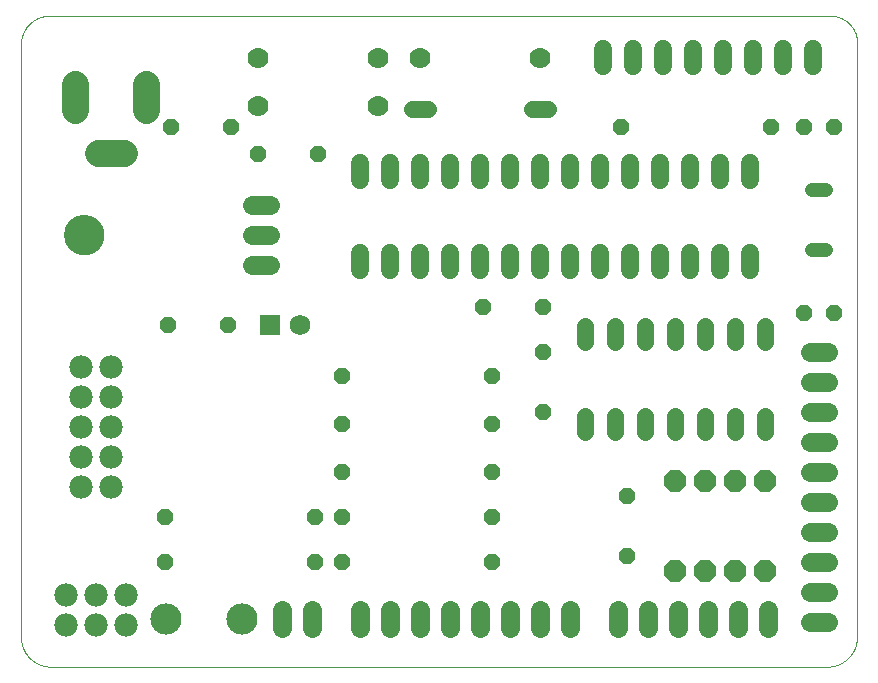
<source format=gbs>
G75*
%MOIN*%
%OFA0B0*%
%FSLAX25Y25*%
%IPPOS*%
%LPD*%
%AMOC8*
5,1,8,0,0,1.08239X$1,22.5*
%
%ADD10C,0.00000*%
%ADD11C,0.06400*%
%ADD12OC8,0.05600*%
%ADD13C,0.06900*%
%ADD14R,0.06900X0.06900*%
%ADD15C,0.07000*%
%ADD16C,0.05600*%
%ADD17C,0.07800*%
%ADD18C,0.09000*%
%ADD19C,0.13400*%
%ADD20C,0.06000*%
%ADD21OC8,0.07200*%
%ADD22C,0.10400*%
%ADD23C,0.04800*%
D10*
X0013520Y0011000D02*
X0013520Y0208961D01*
X0013535Y0209190D01*
X0013555Y0209419D01*
X0013581Y0209648D01*
X0013613Y0209876D01*
X0013650Y0210102D01*
X0013692Y0210328D01*
X0013740Y0210553D01*
X0013793Y0210777D01*
X0013852Y0210999D01*
X0013916Y0211220D01*
X0013985Y0211439D01*
X0014060Y0211657D01*
X0014140Y0211872D01*
X0014225Y0212086D01*
X0014315Y0212297D01*
X0014410Y0212506D01*
X0014510Y0212713D01*
X0014616Y0212918D01*
X0014726Y0213119D01*
X0014841Y0213319D01*
X0014960Y0213515D01*
X0015085Y0213708D01*
X0015214Y0213898D01*
X0015348Y0214085D01*
X0015486Y0214269D01*
X0015628Y0214449D01*
X0015775Y0214626D01*
X0015926Y0214799D01*
X0016082Y0214969D01*
X0016241Y0215135D01*
X0016404Y0215297D01*
X0016571Y0215455D01*
X0016742Y0215608D01*
X0016917Y0215758D01*
X0017095Y0215903D01*
X0017276Y0216044D01*
X0017461Y0216181D01*
X0017649Y0216313D01*
X0017841Y0216440D01*
X0018035Y0216563D01*
X0018232Y0216681D01*
X0018432Y0216795D01*
X0018635Y0216903D01*
X0018840Y0217007D01*
X0019048Y0217105D01*
X0019258Y0217199D01*
X0019470Y0217287D01*
X0019684Y0217370D01*
X0019901Y0217448D01*
X0020119Y0217521D01*
X0020339Y0217588D01*
X0020560Y0217650D01*
X0020783Y0217707D01*
X0021007Y0217759D01*
X0021232Y0217804D01*
X0021458Y0217845D01*
X0021686Y0217880D01*
X0021913Y0217909D01*
X0022142Y0217933D01*
X0022371Y0217952D01*
X0022601Y0217965D01*
X0022831Y0217972D01*
X0023060Y0217974D01*
X0023290Y0217970D01*
X0023520Y0217961D01*
X0282205Y0217961D01*
X0282423Y0217982D01*
X0282642Y0217998D01*
X0282861Y0218009D01*
X0283080Y0218015D01*
X0283299Y0218016D01*
X0283518Y0218011D01*
X0283737Y0218000D01*
X0283956Y0217985D01*
X0284174Y0217964D01*
X0284392Y0217938D01*
X0284609Y0217907D01*
X0284825Y0217870D01*
X0285040Y0217828D01*
X0285254Y0217782D01*
X0285467Y0217729D01*
X0285679Y0217672D01*
X0285889Y0217610D01*
X0286097Y0217543D01*
X0286304Y0217470D01*
X0286509Y0217393D01*
X0286713Y0217310D01*
X0286914Y0217223D01*
X0287113Y0217131D01*
X0287309Y0217034D01*
X0287504Y0216933D01*
X0287695Y0216827D01*
X0287884Y0216716D01*
X0288071Y0216601D01*
X0288254Y0216481D01*
X0288435Y0216356D01*
X0288613Y0216228D01*
X0288787Y0216095D01*
X0288958Y0215958D01*
X0289126Y0215817D01*
X0289290Y0215672D01*
X0289451Y0215523D01*
X0289608Y0215370D01*
X0289762Y0215214D01*
X0289911Y0215053D01*
X0290057Y0214890D01*
X0290198Y0214722D01*
X0290336Y0214552D01*
X0290469Y0214378D01*
X0290598Y0214200D01*
X0290723Y0214020D01*
X0290844Y0213837D01*
X0290960Y0213651D01*
X0291071Y0213462D01*
X0291178Y0213271D01*
X0291280Y0213077D01*
X0291378Y0212881D01*
X0291470Y0212682D01*
X0291558Y0212481D01*
X0291641Y0212278D01*
X0291719Y0212074D01*
X0291793Y0211867D01*
X0291861Y0211659D01*
X0291924Y0211449D01*
X0291982Y0211237D01*
X0292034Y0211024D01*
X0292082Y0210810D01*
X0292125Y0210595D01*
X0292162Y0210379D01*
X0292194Y0210163D01*
X0292221Y0209945D01*
X0292220Y0209945D02*
X0292220Y0011000D01*
X0292217Y0010758D01*
X0292208Y0010517D01*
X0292194Y0010276D01*
X0292173Y0010035D01*
X0292147Y0009795D01*
X0292115Y0009555D01*
X0292077Y0009316D01*
X0292034Y0009079D01*
X0291984Y0008842D01*
X0291929Y0008607D01*
X0291869Y0008373D01*
X0291802Y0008141D01*
X0291731Y0007910D01*
X0291653Y0007681D01*
X0291570Y0007454D01*
X0291482Y0007229D01*
X0291388Y0007006D01*
X0291289Y0006786D01*
X0291184Y0006568D01*
X0291075Y0006353D01*
X0290960Y0006140D01*
X0290840Y0005930D01*
X0290715Y0005724D01*
X0290585Y0005520D01*
X0290450Y0005319D01*
X0290310Y0005122D01*
X0290166Y0004928D01*
X0290017Y0004738D01*
X0289863Y0004552D01*
X0289705Y0004369D01*
X0289543Y0004190D01*
X0289376Y0004015D01*
X0289205Y0003844D01*
X0289030Y0003677D01*
X0288851Y0003515D01*
X0288668Y0003357D01*
X0288482Y0003203D01*
X0288292Y0003054D01*
X0288098Y0002910D01*
X0287901Y0002770D01*
X0287700Y0002635D01*
X0287496Y0002505D01*
X0287290Y0002380D01*
X0287080Y0002260D01*
X0286867Y0002145D01*
X0286652Y0002036D01*
X0286434Y0001931D01*
X0286214Y0001832D01*
X0285991Y0001738D01*
X0285766Y0001650D01*
X0285539Y0001567D01*
X0285310Y0001489D01*
X0285079Y0001418D01*
X0284847Y0001351D01*
X0284613Y0001291D01*
X0284378Y0001236D01*
X0284141Y0001186D01*
X0283904Y0001143D01*
X0283665Y0001105D01*
X0283425Y0001073D01*
X0283185Y0001047D01*
X0282944Y0001026D01*
X0282703Y0001012D01*
X0282462Y0001003D01*
X0282220Y0001000D01*
X0023520Y0001000D01*
X0023278Y0001003D01*
X0023037Y0001012D01*
X0022796Y0001026D01*
X0022555Y0001047D01*
X0022315Y0001073D01*
X0022075Y0001105D01*
X0021836Y0001143D01*
X0021599Y0001186D01*
X0021362Y0001236D01*
X0021127Y0001291D01*
X0020893Y0001351D01*
X0020661Y0001418D01*
X0020430Y0001489D01*
X0020201Y0001567D01*
X0019974Y0001650D01*
X0019749Y0001738D01*
X0019526Y0001832D01*
X0019306Y0001931D01*
X0019088Y0002036D01*
X0018873Y0002145D01*
X0018660Y0002260D01*
X0018450Y0002380D01*
X0018244Y0002505D01*
X0018040Y0002635D01*
X0017839Y0002770D01*
X0017642Y0002910D01*
X0017448Y0003054D01*
X0017258Y0003203D01*
X0017072Y0003357D01*
X0016889Y0003515D01*
X0016710Y0003677D01*
X0016535Y0003844D01*
X0016364Y0004015D01*
X0016197Y0004190D01*
X0016035Y0004369D01*
X0015877Y0004552D01*
X0015723Y0004738D01*
X0015574Y0004928D01*
X0015430Y0005122D01*
X0015290Y0005319D01*
X0015155Y0005520D01*
X0015025Y0005724D01*
X0014900Y0005930D01*
X0014780Y0006140D01*
X0014665Y0006353D01*
X0014556Y0006568D01*
X0014451Y0006786D01*
X0014352Y0007006D01*
X0014258Y0007229D01*
X0014170Y0007454D01*
X0014087Y0007681D01*
X0014009Y0007910D01*
X0013938Y0008141D01*
X0013871Y0008373D01*
X0013811Y0008607D01*
X0013756Y0008842D01*
X0013706Y0009079D01*
X0013663Y0009316D01*
X0013625Y0009555D01*
X0013593Y0009795D01*
X0013567Y0010035D01*
X0013546Y0010276D01*
X0013532Y0010517D01*
X0013523Y0010758D01*
X0013520Y0011000D01*
X0028020Y0145000D02*
X0028022Y0145161D01*
X0028028Y0145321D01*
X0028038Y0145482D01*
X0028052Y0145642D01*
X0028070Y0145802D01*
X0028091Y0145961D01*
X0028117Y0146120D01*
X0028147Y0146278D01*
X0028180Y0146435D01*
X0028218Y0146592D01*
X0028259Y0146747D01*
X0028304Y0146901D01*
X0028353Y0147054D01*
X0028406Y0147206D01*
X0028462Y0147357D01*
X0028523Y0147506D01*
X0028586Y0147654D01*
X0028654Y0147800D01*
X0028725Y0147944D01*
X0028799Y0148086D01*
X0028877Y0148227D01*
X0028959Y0148365D01*
X0029044Y0148502D01*
X0029132Y0148636D01*
X0029224Y0148768D01*
X0029319Y0148898D01*
X0029417Y0149026D01*
X0029518Y0149151D01*
X0029622Y0149273D01*
X0029729Y0149393D01*
X0029839Y0149510D01*
X0029952Y0149625D01*
X0030068Y0149736D01*
X0030187Y0149845D01*
X0030308Y0149950D01*
X0030432Y0150053D01*
X0030558Y0150153D01*
X0030686Y0150249D01*
X0030817Y0150342D01*
X0030951Y0150432D01*
X0031086Y0150519D01*
X0031224Y0150602D01*
X0031363Y0150682D01*
X0031505Y0150758D01*
X0031648Y0150831D01*
X0031793Y0150900D01*
X0031940Y0150966D01*
X0032088Y0151028D01*
X0032238Y0151086D01*
X0032389Y0151141D01*
X0032542Y0151192D01*
X0032696Y0151239D01*
X0032851Y0151282D01*
X0033007Y0151321D01*
X0033163Y0151357D01*
X0033321Y0151388D01*
X0033479Y0151416D01*
X0033638Y0151440D01*
X0033798Y0151460D01*
X0033958Y0151476D01*
X0034118Y0151488D01*
X0034279Y0151496D01*
X0034440Y0151500D01*
X0034600Y0151500D01*
X0034761Y0151496D01*
X0034922Y0151488D01*
X0035082Y0151476D01*
X0035242Y0151460D01*
X0035402Y0151440D01*
X0035561Y0151416D01*
X0035719Y0151388D01*
X0035877Y0151357D01*
X0036033Y0151321D01*
X0036189Y0151282D01*
X0036344Y0151239D01*
X0036498Y0151192D01*
X0036651Y0151141D01*
X0036802Y0151086D01*
X0036952Y0151028D01*
X0037100Y0150966D01*
X0037247Y0150900D01*
X0037392Y0150831D01*
X0037535Y0150758D01*
X0037677Y0150682D01*
X0037816Y0150602D01*
X0037954Y0150519D01*
X0038089Y0150432D01*
X0038223Y0150342D01*
X0038354Y0150249D01*
X0038482Y0150153D01*
X0038608Y0150053D01*
X0038732Y0149950D01*
X0038853Y0149845D01*
X0038972Y0149736D01*
X0039088Y0149625D01*
X0039201Y0149510D01*
X0039311Y0149393D01*
X0039418Y0149273D01*
X0039522Y0149151D01*
X0039623Y0149026D01*
X0039721Y0148898D01*
X0039816Y0148768D01*
X0039908Y0148636D01*
X0039996Y0148502D01*
X0040081Y0148365D01*
X0040163Y0148227D01*
X0040241Y0148086D01*
X0040315Y0147944D01*
X0040386Y0147800D01*
X0040454Y0147654D01*
X0040517Y0147506D01*
X0040578Y0147357D01*
X0040634Y0147206D01*
X0040687Y0147054D01*
X0040736Y0146901D01*
X0040781Y0146747D01*
X0040822Y0146592D01*
X0040860Y0146435D01*
X0040893Y0146278D01*
X0040923Y0146120D01*
X0040949Y0145961D01*
X0040970Y0145802D01*
X0040988Y0145642D01*
X0041002Y0145482D01*
X0041012Y0145321D01*
X0041018Y0145161D01*
X0041020Y0145000D01*
X0041018Y0144839D01*
X0041012Y0144679D01*
X0041002Y0144518D01*
X0040988Y0144358D01*
X0040970Y0144198D01*
X0040949Y0144039D01*
X0040923Y0143880D01*
X0040893Y0143722D01*
X0040860Y0143565D01*
X0040822Y0143408D01*
X0040781Y0143253D01*
X0040736Y0143099D01*
X0040687Y0142946D01*
X0040634Y0142794D01*
X0040578Y0142643D01*
X0040517Y0142494D01*
X0040454Y0142346D01*
X0040386Y0142200D01*
X0040315Y0142056D01*
X0040241Y0141914D01*
X0040163Y0141773D01*
X0040081Y0141635D01*
X0039996Y0141498D01*
X0039908Y0141364D01*
X0039816Y0141232D01*
X0039721Y0141102D01*
X0039623Y0140974D01*
X0039522Y0140849D01*
X0039418Y0140727D01*
X0039311Y0140607D01*
X0039201Y0140490D01*
X0039088Y0140375D01*
X0038972Y0140264D01*
X0038853Y0140155D01*
X0038732Y0140050D01*
X0038608Y0139947D01*
X0038482Y0139847D01*
X0038354Y0139751D01*
X0038223Y0139658D01*
X0038089Y0139568D01*
X0037954Y0139481D01*
X0037816Y0139398D01*
X0037677Y0139318D01*
X0037535Y0139242D01*
X0037392Y0139169D01*
X0037247Y0139100D01*
X0037100Y0139034D01*
X0036952Y0138972D01*
X0036802Y0138914D01*
X0036651Y0138859D01*
X0036498Y0138808D01*
X0036344Y0138761D01*
X0036189Y0138718D01*
X0036033Y0138679D01*
X0035877Y0138643D01*
X0035719Y0138612D01*
X0035561Y0138584D01*
X0035402Y0138560D01*
X0035242Y0138540D01*
X0035082Y0138524D01*
X0034922Y0138512D01*
X0034761Y0138504D01*
X0034600Y0138500D01*
X0034440Y0138500D01*
X0034279Y0138504D01*
X0034118Y0138512D01*
X0033958Y0138524D01*
X0033798Y0138540D01*
X0033638Y0138560D01*
X0033479Y0138584D01*
X0033321Y0138612D01*
X0033163Y0138643D01*
X0033007Y0138679D01*
X0032851Y0138718D01*
X0032696Y0138761D01*
X0032542Y0138808D01*
X0032389Y0138859D01*
X0032238Y0138914D01*
X0032088Y0138972D01*
X0031940Y0139034D01*
X0031793Y0139100D01*
X0031648Y0139169D01*
X0031505Y0139242D01*
X0031363Y0139318D01*
X0031224Y0139398D01*
X0031086Y0139481D01*
X0030951Y0139568D01*
X0030817Y0139658D01*
X0030686Y0139751D01*
X0030558Y0139847D01*
X0030432Y0139947D01*
X0030308Y0140050D01*
X0030187Y0140155D01*
X0030068Y0140264D01*
X0029952Y0140375D01*
X0029839Y0140490D01*
X0029729Y0140607D01*
X0029622Y0140727D01*
X0029518Y0140849D01*
X0029417Y0140974D01*
X0029319Y0141102D01*
X0029224Y0141232D01*
X0029132Y0141364D01*
X0029044Y0141498D01*
X0028959Y0141635D01*
X0028877Y0141773D01*
X0028799Y0141914D01*
X0028725Y0142056D01*
X0028654Y0142200D01*
X0028586Y0142346D01*
X0028523Y0142494D01*
X0028462Y0142643D01*
X0028406Y0142794D01*
X0028353Y0142946D01*
X0028304Y0143099D01*
X0028259Y0143253D01*
X0028218Y0143408D01*
X0028180Y0143565D01*
X0028147Y0143722D01*
X0028117Y0143880D01*
X0028091Y0144039D01*
X0028070Y0144198D01*
X0028052Y0144358D01*
X0028038Y0144518D01*
X0028028Y0144679D01*
X0028022Y0144839D01*
X0028020Y0145000D01*
D11*
X0090520Y0145000D02*
X0096520Y0145000D01*
X0096520Y0155000D02*
X0090520Y0155000D01*
X0090520Y0135000D02*
X0096520Y0135000D01*
X0100520Y0020000D02*
X0100520Y0014000D01*
X0110520Y0014000D02*
X0110520Y0020000D01*
X0126520Y0020000D02*
X0126520Y0014000D01*
X0136520Y0014000D02*
X0136520Y0020000D01*
X0146520Y0020000D02*
X0146520Y0014000D01*
X0156520Y0014000D02*
X0156520Y0020000D01*
X0166520Y0020000D02*
X0166520Y0014000D01*
X0176520Y0014000D02*
X0176520Y0020000D01*
X0186520Y0020000D02*
X0186520Y0014000D01*
X0196520Y0014000D02*
X0196520Y0020000D01*
X0212520Y0020000D02*
X0212520Y0014000D01*
X0222520Y0014000D02*
X0222520Y0020000D01*
X0232520Y0020000D02*
X0232520Y0014000D01*
X0242520Y0014000D02*
X0242520Y0020000D01*
X0252520Y0020000D02*
X0252520Y0014000D01*
X0262520Y0014000D02*
X0262520Y0020000D01*
X0276520Y0016000D02*
X0282520Y0016000D01*
X0282520Y0026000D02*
X0276520Y0026000D01*
X0276520Y0036000D02*
X0282520Y0036000D01*
X0282520Y0046000D02*
X0276520Y0046000D01*
X0276520Y0056000D02*
X0282520Y0056000D01*
X0282520Y0066000D02*
X0276520Y0066000D01*
X0276520Y0076000D02*
X0282520Y0076000D01*
X0282520Y0086000D02*
X0276520Y0086000D01*
X0276520Y0096000D02*
X0282520Y0096000D01*
X0282520Y0106000D02*
X0276520Y0106000D01*
D12*
X0274520Y0119000D03*
X0284520Y0119000D03*
X0284520Y0181000D03*
X0274520Y0181000D03*
X0263520Y0181000D03*
X0213520Y0181000D03*
X0187520Y0121000D03*
X0167520Y0121000D03*
X0187520Y0106000D03*
X0170520Y0098000D03*
X0187520Y0086000D03*
X0170520Y0082000D03*
X0170520Y0066000D03*
X0170520Y0051000D03*
X0170520Y0036000D03*
X0215520Y0038000D03*
X0215520Y0058000D03*
X0120520Y0051000D03*
X0111520Y0051000D03*
X0111520Y0036000D03*
X0120520Y0036000D03*
X0120520Y0066000D03*
X0120520Y0082000D03*
X0120520Y0098000D03*
X0082520Y0115000D03*
X0062520Y0115000D03*
X0092520Y0172000D03*
X0083520Y0181000D03*
X0063520Y0181000D03*
X0112520Y0172000D03*
X0061520Y0051000D03*
X0061520Y0036000D03*
D13*
X0106520Y0115000D03*
D14*
X0096520Y0115000D03*
D15*
X0092520Y0188000D03*
X0092520Y0204000D03*
X0132520Y0204000D03*
X0146520Y0204000D03*
X0132520Y0188000D03*
X0186520Y0204000D03*
D16*
X0189120Y0187000D02*
X0183920Y0187000D01*
X0149120Y0187000D02*
X0143920Y0187000D01*
X0201520Y0114600D02*
X0201520Y0109400D01*
X0211520Y0109400D02*
X0211520Y0114600D01*
X0221520Y0114600D02*
X0221520Y0109400D01*
X0231520Y0109400D02*
X0231520Y0114600D01*
X0241520Y0114600D02*
X0241520Y0109400D01*
X0251520Y0109400D02*
X0251520Y0114600D01*
X0261520Y0114600D02*
X0261520Y0109400D01*
X0261520Y0084600D02*
X0261520Y0079400D01*
X0251520Y0079400D02*
X0251520Y0084600D01*
X0241520Y0084600D02*
X0241520Y0079400D01*
X0231520Y0079400D02*
X0231520Y0084600D01*
X0221520Y0084600D02*
X0221520Y0079400D01*
X0211520Y0079400D02*
X0211520Y0084600D01*
X0201520Y0084600D02*
X0201520Y0079400D01*
D17*
X0048520Y0025000D03*
X0038520Y0025000D03*
X0028520Y0025000D03*
X0028520Y0015000D03*
X0038520Y0015000D03*
X0048520Y0015000D03*
X0043520Y0061000D03*
X0033520Y0061000D03*
X0033520Y0071000D03*
X0043520Y0071000D03*
X0043520Y0081000D03*
X0033520Y0081000D03*
X0033520Y0091000D03*
X0043520Y0091000D03*
X0043520Y0101000D03*
X0033520Y0101000D03*
D18*
X0039220Y0172102D02*
X0047820Y0172102D01*
X0055331Y0186700D02*
X0055331Y0195300D01*
X0031709Y0195300D02*
X0031709Y0186700D01*
D19*
X0034520Y0145000D03*
D20*
X0126520Y0138800D02*
X0126520Y0133200D01*
X0136520Y0133200D02*
X0136520Y0138800D01*
X0146520Y0138800D02*
X0146520Y0133200D01*
X0156520Y0133200D02*
X0156520Y0138800D01*
X0166520Y0138800D02*
X0166520Y0133200D01*
X0176520Y0133200D02*
X0176520Y0138800D01*
X0186520Y0138800D02*
X0186520Y0133200D01*
X0196520Y0133200D02*
X0196520Y0138800D01*
X0206520Y0138800D02*
X0206520Y0133200D01*
X0216520Y0133200D02*
X0216520Y0138800D01*
X0226520Y0138800D02*
X0226520Y0133200D01*
X0236520Y0133200D02*
X0236520Y0138800D01*
X0246520Y0138800D02*
X0246520Y0133200D01*
X0256520Y0133200D02*
X0256520Y0138800D01*
X0256520Y0163200D02*
X0256520Y0168800D01*
X0246520Y0168800D02*
X0246520Y0163200D01*
X0236520Y0163200D02*
X0236520Y0168800D01*
X0226520Y0168800D02*
X0226520Y0163200D01*
X0216520Y0163200D02*
X0216520Y0168800D01*
X0206520Y0168800D02*
X0206520Y0163200D01*
X0196520Y0163200D02*
X0196520Y0168800D01*
X0186520Y0168800D02*
X0186520Y0163200D01*
X0176520Y0163200D02*
X0176520Y0168800D01*
X0166520Y0168800D02*
X0166520Y0163200D01*
X0156520Y0163200D02*
X0156520Y0168800D01*
X0146520Y0168800D02*
X0146520Y0163200D01*
X0136520Y0163200D02*
X0136520Y0168800D01*
X0126520Y0168800D02*
X0126520Y0163200D01*
X0207520Y0201200D02*
X0207520Y0206800D01*
X0217520Y0206800D02*
X0217520Y0201200D01*
X0227520Y0201200D02*
X0227520Y0206800D01*
X0237520Y0206800D02*
X0237520Y0201200D01*
X0247520Y0201200D02*
X0247520Y0206800D01*
X0257520Y0206800D02*
X0257520Y0201200D01*
X0267520Y0201200D02*
X0267520Y0206800D01*
X0277520Y0206800D02*
X0277520Y0201200D01*
D21*
X0261520Y0063000D03*
X0251520Y0063000D03*
X0241520Y0063000D03*
X0231520Y0063000D03*
X0231520Y0033000D03*
X0241520Y0033000D03*
X0251520Y0033000D03*
X0261520Y0033000D03*
D22*
X0087315Y0017000D03*
X0061724Y0017000D03*
D23*
X0277320Y0140000D02*
X0281720Y0140000D01*
X0281720Y0160000D02*
X0277320Y0160000D01*
M02*

</source>
